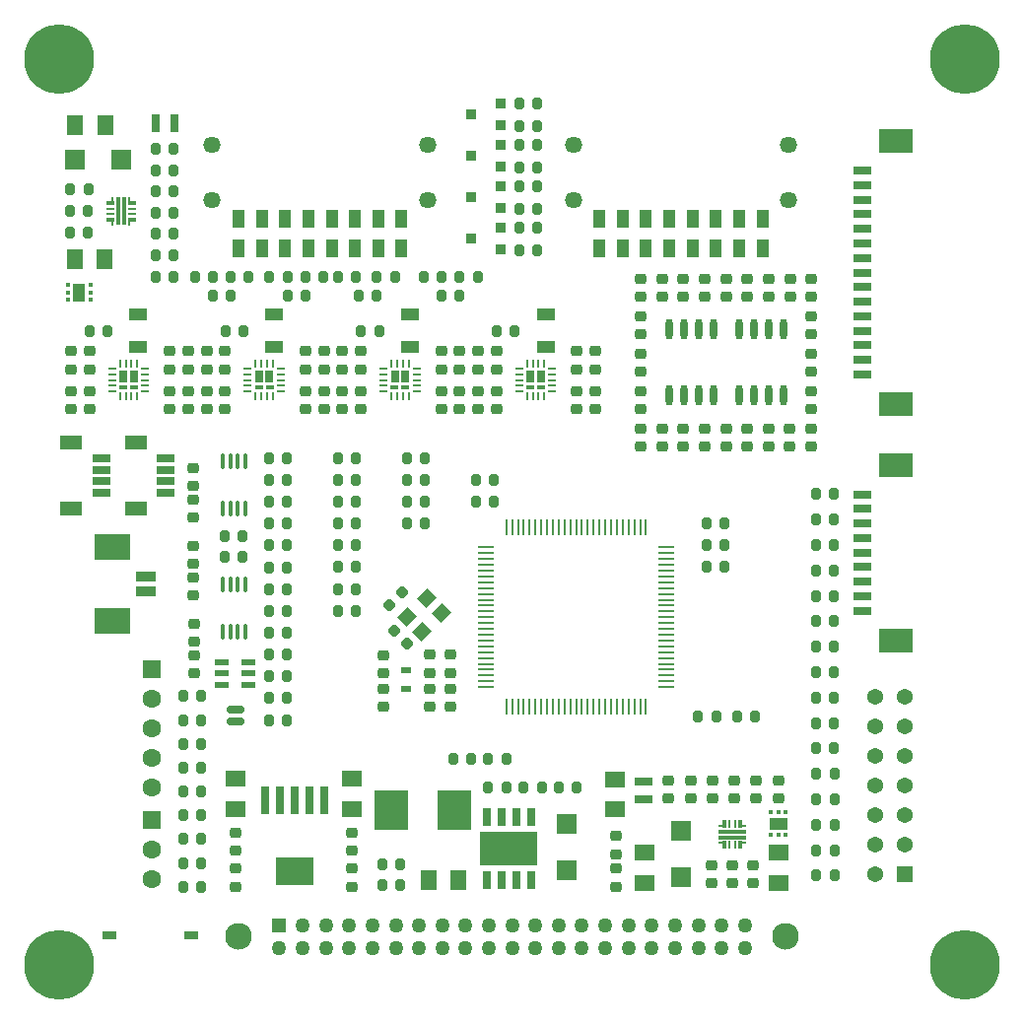
<source format=gbr>
G04*
G04 #@! TF.GenerationSoftware,Altium Limited,Altium Designer,24.1.2 (44)*
G04*
G04 Layer_Color=255*
%FSLAX44Y44*%
%MOMM*%
G71*
G04*
G04 #@! TF.SameCoordinates,B91C3D85-37F7-440E-B7CA-D4A3DDB4B262*
G04*
G04*
G04 #@! TF.FilePolarity,Positive*
G04*
G01*
G75*
G04:AMPARAMS|DCode=24|XSize=1.4697mm|YSize=0.6mm|CornerRadius=0.15mm|HoleSize=0mm|Usage=FLASHONLY|Rotation=180.000|XOffset=0mm|YOffset=0mm|HoleType=Round|Shape=RoundedRectangle|*
%AMROUNDEDRECTD24*
21,1,1.4697,0.3000,0,0,180.0*
21,1,1.1697,0.6000,0,0,180.0*
1,1,0.3000,-0.5849,0.1500*
1,1,0.3000,0.5849,0.1500*
1,1,0.3000,0.5849,-0.1500*
1,1,0.3000,-0.5849,-0.1500*
%
%ADD24ROUNDEDRECTD24*%
G04:AMPARAMS|DCode=25|XSize=1.55mm|YSize=0.6mm|CornerRadius=0.03mm|HoleSize=0mm|Usage=FLASHONLY|Rotation=270.000|XOffset=0mm|YOffset=0mm|HoleType=Round|Shape=RoundedRectangle|*
%AMROUNDEDRECTD25*
21,1,1.5500,0.5400,0,0,270.0*
21,1,1.4900,0.6000,0,0,270.0*
1,1,0.0600,-0.2700,-0.7450*
1,1,0.0600,-0.2700,0.7450*
1,1,0.0600,0.2700,0.7450*
1,1,0.0600,0.2700,-0.7450*
%
%ADD25ROUNDEDRECTD25*%
%ADD26R,4.9000X2.9500*%
%ADD27R,3.0000X2.1000*%
%ADD28R,1.6000X0.8000*%
%ADD29R,0.9500X0.9000*%
G04:AMPARAMS|DCode=30|XSize=1.1mm|YSize=1.3mm|CornerRadius=0mm|HoleSize=0mm|Usage=FLASHONLY|Rotation=135.000|XOffset=0mm|YOffset=0mm|HoleType=Round|Shape=Rectangle|*
%AMROTATEDRECTD30*
4,1,4,0.8485,0.0707,-0.0707,-0.8485,-0.8485,-0.0707,0.0707,0.8485,0.8485,0.0707,0.0*
%
%ADD30ROTATEDRECTD30*%

%ADD31R,1.5000X1.0000*%
%ADD32R,1.8000X1.4000*%
%ADD33R,1.4000X1.8000*%
G04:AMPARAMS|DCode=34|XSize=0.95mm|YSize=0.85mm|CornerRadius=0.2125mm|HoleSize=0mm|Usage=FLASHONLY|Rotation=180.000|XOffset=0mm|YOffset=0mm|HoleType=Round|Shape=RoundedRectangle|*
%AMROUNDEDRECTD34*
21,1,0.9500,0.4250,0,0,180.0*
21,1,0.5250,0.8500,0,0,180.0*
1,1,0.4250,-0.2625,0.2125*
1,1,0.4250,0.2625,0.2125*
1,1,0.4250,0.2625,-0.2125*
1,1,0.4250,-0.2625,-0.2125*
%
%ADD34ROUNDEDRECTD34*%
G04:AMPARAMS|DCode=35|XSize=0.95mm|YSize=0.85mm|CornerRadius=0.2125mm|HoleSize=0mm|Usage=FLASHONLY|Rotation=90.000|XOffset=0mm|YOffset=0mm|HoleType=Round|Shape=RoundedRectangle|*
%AMROUNDEDRECTD35*
21,1,0.9500,0.4250,0,0,90.0*
21,1,0.5250,0.8500,0,0,90.0*
1,1,0.4250,0.2125,0.2625*
1,1,0.4250,0.2125,-0.2625*
1,1,0.4250,-0.2125,-0.2625*
1,1,0.4250,-0.2125,0.2625*
%
%ADD35ROUNDEDRECTD35*%
G04:AMPARAMS|DCode=36|XSize=0.95mm|YSize=0.85mm|CornerRadius=0.2125mm|HoleSize=0mm|Usage=FLASHONLY|Rotation=315.000|XOffset=0mm|YOffset=0mm|HoleType=Round|Shape=RoundedRectangle|*
%AMROUNDEDRECTD36*
21,1,0.9500,0.4250,0,0,315.0*
21,1,0.5250,0.8500,0,0,315.0*
1,1,0.4250,0.0354,-0.3359*
1,1,0.4250,-0.3359,0.0354*
1,1,0.4250,-0.0354,0.3359*
1,1,0.4250,0.3359,-0.0354*
%
%ADD36ROUNDEDRECTD36*%
G04:AMPARAMS|DCode=37|XSize=0.95mm|YSize=0.85mm|CornerRadius=0.2125mm|HoleSize=0mm|Usage=FLASHONLY|Rotation=45.000|XOffset=0mm|YOffset=0mm|HoleType=Round|Shape=RoundedRectangle|*
%AMROUNDEDRECTD37*
21,1,0.9500,0.4250,0,0,45.0*
21,1,0.5250,0.8500,0,0,45.0*
1,1,0.4250,0.3359,0.0354*
1,1,0.4250,-0.0354,-0.3359*
1,1,0.4250,-0.3359,-0.0354*
1,1,0.4250,0.0354,0.3359*
%
%ADD37ROUNDEDRECTD37*%
%ADD38R,1.9050X1.2954*%
%ADD39R,1.5494X0.6604*%
%ADD40R,1.8000X1.8000*%
%ADD41R,1.8000X1.8000*%
%ADD42R,1.2000X0.6000*%
%ADD43R,1.0000X1.5000*%
%ADD44R,1.4732X0.2794*%
%ADD45R,0.2794X1.4732*%
%ADD46R,0.2500X0.6500*%
%ADD47R,0.3000X0.6500*%
%ADD48R,0.6500X0.2500*%
%ADD49R,2.4000X0.3000*%
%ADD50R,0.6500X0.3000*%
%ADD51R,0.3000X2.4000*%
%ADD52R,0.9000X0.6000*%
%ADD53R,1.7018X0.8128*%
%ADD54R,3.0988X2.2098*%
%ADD55R,0.3000X0.4500*%
%ADD56R,0.4500X0.3000*%
%ADD57R,2.9500X3.5000*%
%ADD58R,1.5000X0.7000*%
%ADD59R,1.5000X0.8000*%
%ADD60R,0.7000X1.5000*%
%ADD61R,0.8000X1.5000*%
%ADD62O,0.3500X1.4000*%
%ADD63R,0.6500X0.3000*%
%ADD64R,0.7000X1.0000*%
%ADD65R,0.6500X0.2286*%
%ADD66O,0.6000X1.8000*%
%ADD67R,1.2000X0.8000*%
G04:AMPARAMS|DCode=68|XSize=0.7mm|YSize=2.4mm|CornerRadius=0.049mm|HoleSize=0mm|Usage=FLASHONLY|Rotation=0.000|XOffset=0mm|YOffset=0mm|HoleType=Round|Shape=RoundedRectangle|*
%AMROUNDEDRECTD68*
21,1,0.7000,2.3020,0,0,0.0*
21,1,0.6020,2.4000,0,0,0.0*
1,1,0.0980,0.3010,-1.1510*
1,1,0.0980,-0.3010,-1.1510*
1,1,0.0980,-0.3010,1.1510*
1,1,0.0980,0.3010,1.1510*
%
%ADD68ROUNDEDRECTD68*%
G04:AMPARAMS|DCode=69|XSize=3.2mm|YSize=2.4mm|CornerRadius=0.048mm|HoleSize=0mm|Usage=FLASHONLY|Rotation=0.000|XOffset=0mm|YOffset=0mm|HoleType=Round|Shape=RoundedRectangle|*
%AMROUNDEDRECTD69*
21,1,3.2000,2.3040,0,0,0.0*
21,1,3.1040,2.4000,0,0,0.0*
1,1,0.0960,1.5520,-1.1520*
1,1,0.0960,-1.5520,-1.1520*
1,1,0.0960,-1.5520,1.1520*
1,1,0.0960,1.5520,1.1520*
%
%ADD69ROUNDEDRECTD69*%
%ADD128R,1.6000X1.0000*%
%ADD129R,1.0000X1.6000*%
%ADD135C,0.3000*%
%ADD136R,1.3700X1.3700*%
%ADD137C,1.3700*%
%ADD138C,1.4580*%
%ADD139C,1.2580*%
%ADD140R,1.2580X1.2580*%
%ADD141C,2.3000*%
%ADD142C,1.0000*%
%ADD143C,6.0000*%
%ADD144C,1.6000*%
%ADD145R,1.6000X1.6000*%
D24*
X187002Y244922D02*
D03*
X186999Y255082D02*
D03*
D25*
X441175Y162578D02*
D03*
X428475D02*
D03*
X415775D02*
D03*
X403075D02*
D03*
Y108578D02*
D03*
X415775D02*
D03*
X428475D02*
D03*
X441175D02*
D03*
D26*
X422125Y135578D02*
D03*
D27*
X755000Y517600D02*
D03*
Y743600D02*
D03*
Y465500D02*
D03*
Y314500D02*
D03*
D28*
X726000Y718100D02*
D03*
Y705600D02*
D03*
Y693100D02*
D03*
Y680600D02*
D03*
Y668100D02*
D03*
Y655600D02*
D03*
Y643100D02*
D03*
Y630600D02*
D03*
Y618100D02*
D03*
Y605600D02*
D03*
Y593100D02*
D03*
Y580600D02*
D03*
Y568100D02*
D03*
Y555600D02*
D03*
Y543100D02*
D03*
Y340000D02*
D03*
Y352500D02*
D03*
Y365000D02*
D03*
Y377500D02*
D03*
Y390000D02*
D03*
Y402500D02*
D03*
Y415000D02*
D03*
Y427500D02*
D03*
Y440000D02*
D03*
D29*
X415084Y756818D02*
D03*
X390084Y766318D02*
D03*
X415084Y775818D02*
D03*
Y721258D02*
D03*
X390084Y730758D02*
D03*
X415084Y740258D02*
D03*
Y685698D02*
D03*
X390084Y695198D02*
D03*
X415084Y704698D02*
D03*
Y650138D02*
D03*
X390084Y659638D02*
D03*
X415084Y669138D02*
D03*
D30*
X335031Y334344D02*
D03*
X351294Y350608D02*
D03*
X364022Y337880D02*
D03*
X347758Y321616D02*
D03*
D31*
X104000Y566527D02*
D03*
Y594990D02*
D03*
X220568Y566527D02*
D03*
Y594990D02*
D03*
X337137Y566527D02*
D03*
Y594990D02*
D03*
X453705Y566527D02*
D03*
Y594990D02*
D03*
D32*
X653636Y106258D02*
D03*
Y132258D02*
D03*
X538808Y106258D02*
D03*
Y132258D02*
D03*
X513198Y195360D02*
D03*
Y169360D02*
D03*
X287616Y195595D02*
D03*
Y169596D02*
D03*
X187794Y195595D02*
D03*
Y169596D02*
D03*
D33*
X379060Y108576D02*
D03*
X353060D02*
D03*
X49144Y642448D02*
D03*
X75144D02*
D03*
X49461Y757548D02*
D03*
X75461D02*
D03*
D34*
X634762Y194091D02*
D03*
Y178591D02*
D03*
X653636Y178591D02*
D03*
Y194091D02*
D03*
X578141Y178591D02*
D03*
Y194091D02*
D03*
X559267Y194091D02*
D03*
Y178591D02*
D03*
X615888Y194091D02*
D03*
Y178591D02*
D03*
X613953Y105953D02*
D03*
Y121453D02*
D03*
X535419Y481200D02*
D03*
Y496700D02*
D03*
X553740Y624970D02*
D03*
Y609470D02*
D03*
X571998Y496700D02*
D03*
Y481200D02*
D03*
X608702Y609470D02*
D03*
Y624970D02*
D03*
X590381Y609470D02*
D03*
Y624970D02*
D03*
X553708Y496700D02*
D03*
Y481200D02*
D03*
X663445Y481200D02*
D03*
Y496700D02*
D03*
X681984Y624970D02*
D03*
Y609470D02*
D03*
X626866Y496700D02*
D03*
Y481200D02*
D03*
X645343Y609470D02*
D03*
Y624970D02*
D03*
X627022Y609470D02*
D03*
Y624970D02*
D03*
X645155Y496700D02*
D03*
Y481200D02*
D03*
X597015Y178591D02*
D03*
Y194091D02*
D03*
X596169Y121453D02*
D03*
Y105953D02*
D03*
X631487Y121453D02*
D03*
Y105953D02*
D03*
X514452Y146403D02*
D03*
Y130903D02*
D03*
Y118492D02*
D03*
Y102992D02*
D03*
X287614Y149606D02*
D03*
Y134106D02*
D03*
X187792Y149606D02*
D03*
Y134106D02*
D03*
X287614Y118492D02*
D03*
Y102992D02*
D03*
X187792Y118492D02*
D03*
Y102992D02*
D03*
X45778Y547585D02*
D03*
Y563085D02*
D03*
X146691Y547585D02*
D03*
Y563085D02*
D03*
X61780Y547585D02*
D03*
Y563085D02*
D03*
X130863Y547585D02*
D03*
Y563085D02*
D03*
X162520Y547585D02*
D03*
Y563085D02*
D03*
X263260Y547585D02*
D03*
Y563085D02*
D03*
X178349Y547585D02*
D03*
Y563085D02*
D03*
X247431Y547585D02*
D03*
Y563085D02*
D03*
X61780Y528903D02*
D03*
Y513402D02*
D03*
X178349Y528903D02*
D03*
Y513402D02*
D03*
X45778D02*
D03*
Y528903D02*
D03*
X162520Y513402D02*
D03*
Y528903D02*
D03*
X146691D02*
D03*
Y513402D02*
D03*
X263260Y528903D02*
D03*
Y513402D02*
D03*
X130863Y528903D02*
D03*
Y513402D02*
D03*
X247431Y528903D02*
D03*
Y513402D02*
D03*
X279088Y547585D02*
D03*
Y563085D02*
D03*
X379828Y547585D02*
D03*
Y563085D02*
D03*
X294917Y547585D02*
D03*
Y563085D02*
D03*
X363999Y547585D02*
D03*
Y563085D02*
D03*
X395657Y547585D02*
D03*
Y563085D02*
D03*
X496316Y547585D02*
D03*
Y563085D02*
D03*
X411486Y547585D02*
D03*
Y563085D02*
D03*
X480568Y547585D02*
D03*
Y563085D02*
D03*
X294917Y528903D02*
D03*
Y513402D02*
D03*
X411486Y528903D02*
D03*
Y513402D02*
D03*
X279088D02*
D03*
Y528903D02*
D03*
X395657Y513402D02*
D03*
Y528903D02*
D03*
X496316D02*
D03*
Y513402D02*
D03*
X379828Y528903D02*
D03*
Y513402D02*
D03*
X363999Y528903D02*
D03*
Y513402D02*
D03*
X480568Y528903D02*
D03*
Y513402D02*
D03*
X535544Y577402D02*
D03*
Y592902D02*
D03*
X535544Y560835D02*
D03*
Y545335D02*
D03*
X535544Y609470D02*
D03*
Y624970D02*
D03*
X535544Y528768D02*
D03*
Y513268D02*
D03*
X590412Y496700D02*
D03*
Y481200D02*
D03*
X572185Y609470D02*
D03*
Y624970D02*
D03*
X681860Y545335D02*
D03*
Y560835D02*
D03*
X681860Y528768D02*
D03*
Y513268D02*
D03*
X681860Y577402D02*
D03*
Y592902D02*
D03*
X681860Y496700D02*
D03*
Y481200D02*
D03*
X608702Y496700D02*
D03*
Y481200D02*
D03*
X663789Y609470D02*
D03*
Y624970D02*
D03*
X151311Y462930D02*
D03*
Y447430D02*
D03*
Y395993D02*
D03*
Y380493D02*
D03*
Y435461D02*
D03*
Y419961D02*
D03*
Y368524D02*
D03*
Y353024D02*
D03*
X151943Y329055D02*
D03*
Y313555D02*
D03*
Y301586D02*
D03*
Y286087D02*
D03*
X353822Y302250D02*
D03*
Y286750D02*
D03*
X372364Y302250D02*
D03*
Y286750D02*
D03*
X314452Y257674D02*
D03*
Y273174D02*
D03*
X353822D02*
D03*
Y257674D02*
D03*
X372110Y273174D02*
D03*
Y257674D02*
D03*
X314452Y286122D02*
D03*
Y301622D02*
D03*
D35*
X701750Y134342D02*
D03*
X686250D02*
D03*
X434830Y188458D02*
D03*
X450330D02*
D03*
X404485D02*
D03*
X419985D02*
D03*
X118726Y682041D02*
D03*
X134226D02*
D03*
X118726Y645433D02*
D03*
X134226D02*
D03*
X118726Y718649D02*
D03*
X134226D02*
D03*
X134226Y736953D02*
D03*
X118726D02*
D03*
X134226Y627130D02*
D03*
X118726D02*
D03*
X134226Y663737D02*
D03*
X118726D02*
D03*
X45204Y683373D02*
D03*
X60704D02*
D03*
X275280Y414875D02*
D03*
X290780D02*
D03*
X275280Y433755D02*
D03*
X290780D02*
D03*
X275280Y396265D02*
D03*
X290780D02*
D03*
X275280Y377520D02*
D03*
X290780D02*
D03*
X275280Y452500D02*
D03*
X290780D02*
D03*
X275280Y358775D02*
D03*
X290780D02*
D03*
X275280Y340030D02*
D03*
X290780D02*
D03*
X393750Y452500D02*
D03*
X409250D02*
D03*
X430924Y756564D02*
D03*
X446424D02*
D03*
X430924Y721004D02*
D03*
X446424D02*
D03*
X430924Y685444D02*
D03*
X446424D02*
D03*
X430924Y649884D02*
D03*
X446424D02*
D03*
X430924Y775564D02*
D03*
X446424D02*
D03*
X430924Y740004D02*
D03*
X446424D02*
D03*
X430924Y704444D02*
D03*
X446424D02*
D03*
X430924Y668884D02*
D03*
X446424D02*
D03*
X193170Y403860D02*
D03*
X177670D02*
D03*
X193170Y386493D02*
D03*
X177670D02*
D03*
X216131Y433671D02*
D03*
X231631D02*
D03*
X216131Y414926D02*
D03*
X231631D02*
D03*
X216131Y377436D02*
D03*
X231631D02*
D03*
X216131Y396181D02*
D03*
X231631D02*
D03*
X216131Y452417D02*
D03*
X231631D02*
D03*
X216131Y321201D02*
D03*
X231631D02*
D03*
X231631Y471162D02*
D03*
X216131D02*
D03*
X216131Y302456D02*
D03*
X231631D02*
D03*
X216131Y358691D02*
D03*
X231631D02*
D03*
X231631Y339946D02*
D03*
X216131D02*
D03*
X231631Y283711D02*
D03*
X216131D02*
D03*
X231631Y264966D02*
D03*
X216131D02*
D03*
X231631Y246221D02*
D03*
X216131D02*
D03*
X157610D02*
D03*
X142110D02*
D03*
X157610Y266700D02*
D03*
X142110D02*
D03*
X157610Y123346D02*
D03*
X142110D02*
D03*
X142110Y164304D02*
D03*
X157610D02*
D03*
X142110Y143825D02*
D03*
X157610D02*
D03*
X142110Y225742D02*
D03*
X157610D02*
D03*
X142110Y205263D02*
D03*
X157610D02*
D03*
X142110Y184783D02*
D03*
X157610D02*
D03*
X349928Y415010D02*
D03*
X334428D02*
D03*
X349928Y433755D02*
D03*
X334428D02*
D03*
X349928Y452500D02*
D03*
X334428D02*
D03*
X349928Y471245D02*
D03*
X334428D02*
D03*
X686250Y156185D02*
D03*
X701750D02*
D03*
X701345Y221712D02*
D03*
X685845D02*
D03*
X686250Y178027D02*
D03*
X701750D02*
D03*
X701750Y112500D02*
D03*
X686250D02*
D03*
X686250Y199870D02*
D03*
X701750D02*
D03*
X701345Y287240D02*
D03*
X685845D02*
D03*
X685845Y243555D02*
D03*
X701345D02*
D03*
X685845Y265397D02*
D03*
X701345D02*
D03*
X685845Y309083D02*
D03*
X701345D02*
D03*
X685845Y330925D02*
D03*
X701345D02*
D03*
X685845Y352767D02*
D03*
X701345D02*
D03*
X685845Y374610D02*
D03*
X701345D02*
D03*
X685845Y396452D02*
D03*
X701345D02*
D03*
X685845Y418295D02*
D03*
X701345D02*
D03*
X118726Y700345D02*
D03*
X134226D02*
D03*
X275280Y471245D02*
D03*
X290780D02*
D03*
X685845Y440137D02*
D03*
X701345D02*
D03*
X465175Y188458D02*
D03*
X480675D02*
D03*
X328965Y122500D02*
D03*
X313465D02*
D03*
X313138Y104117D02*
D03*
X328638D02*
D03*
X60836Y701802D02*
D03*
X45336D02*
D03*
X60704Y665194D02*
D03*
X45204D02*
D03*
X77546Y580255D02*
D03*
X62046D02*
D03*
X167762Y627122D02*
D03*
X152262D02*
D03*
X194115Y580255D02*
D03*
X178615D02*
D03*
X231903Y627122D02*
D03*
X216403D02*
D03*
X231903Y611124D02*
D03*
X247403D02*
D03*
X167762D02*
D03*
X183262D02*
D03*
Y627122D02*
D03*
X198762D02*
D03*
X247403D02*
D03*
X262903D02*
D03*
X310683Y580255D02*
D03*
X295183D02*
D03*
X275308Y627122D02*
D03*
X290808D02*
D03*
X427252Y580255D02*
D03*
X411752D02*
D03*
X364467Y627122D02*
D03*
X348967D02*
D03*
X293359Y611124D02*
D03*
X308859D02*
D03*
X364467D02*
D03*
X379967D02*
D03*
X308859Y627122D02*
D03*
X324359D02*
D03*
X379967D02*
D03*
X395467D02*
D03*
X592250Y415000D02*
D03*
X607750D02*
D03*
X393576Y433755D02*
D03*
X409076D02*
D03*
X607750Y396322D02*
D03*
X592250D02*
D03*
X584750Y248970D02*
D03*
X600250D02*
D03*
X419985Y212500D02*
D03*
X404485D02*
D03*
X618039Y248970D02*
D03*
X633539D02*
D03*
X389993Y212500D02*
D03*
X374493D02*
D03*
X157610Y102992D02*
D03*
X142110D02*
D03*
X592250Y377645D02*
D03*
X607750D02*
D03*
D36*
X319247Y344932D02*
D03*
X330207Y355892D02*
D03*
D37*
X334296Y311537D02*
D03*
X323336Y322497D02*
D03*
D38*
X101682Y484180D02*
D03*
Y428180D02*
D03*
X46412Y484180D02*
D03*
Y428180D02*
D03*
D39*
X127482Y471180D02*
D03*
Y461180D02*
D03*
Y451180D02*
D03*
Y441180D02*
D03*
X72212Y471180D02*
D03*
Y461180D02*
D03*
Y451180D02*
D03*
Y441180D02*
D03*
D40*
X570255Y150962D02*
D03*
Y110962D02*
D03*
X472159Y117101D02*
D03*
Y157102D02*
D03*
D41*
X89342Y727453D02*
D03*
X49342D02*
D03*
D42*
X175315Y295586D02*
D03*
Y286086D02*
D03*
Y276586D02*
D03*
X198315D02*
D03*
Y286086D02*
D03*
Y295586D02*
D03*
D43*
X190000Y651500D02*
D03*
Y676500D02*
D03*
X210000Y651500D02*
D03*
Y676500D02*
D03*
X230000Y651500D02*
D03*
Y676500D02*
D03*
X250000Y651500D02*
D03*
Y676500D02*
D03*
X270000Y651500D02*
D03*
Y676500D02*
D03*
X290000Y651500D02*
D03*
Y676500D02*
D03*
X310000Y651500D02*
D03*
Y676500D02*
D03*
X330000Y651500D02*
D03*
Y676500D02*
D03*
X500000Y651500D02*
D03*
Y676500D02*
D03*
X520000Y651500D02*
D03*
Y676500D02*
D03*
X540000Y651500D02*
D03*
Y676500D02*
D03*
X560000Y651500D02*
D03*
Y676500D02*
D03*
X580000Y651500D02*
D03*
Y676500D02*
D03*
X600000Y651500D02*
D03*
Y676500D02*
D03*
X620000Y651500D02*
D03*
Y676500D02*
D03*
X640000Y651500D02*
D03*
Y676500D02*
D03*
D44*
X402784Y394500D02*
D03*
Y389500D02*
D03*
Y384500D02*
D03*
Y379500D02*
D03*
Y374500D02*
D03*
Y369500D02*
D03*
Y364500D02*
D03*
Y359500D02*
D03*
Y354500D02*
D03*
Y349500D02*
D03*
Y344500D02*
D03*
Y339500D02*
D03*
Y334500D02*
D03*
Y329500D02*
D03*
Y324500D02*
D03*
Y319500D02*
D03*
Y314500D02*
D03*
Y309500D02*
D03*
Y304500D02*
D03*
Y299500D02*
D03*
Y294500D02*
D03*
Y289500D02*
D03*
Y284500D02*
D03*
Y279500D02*
D03*
Y274500D02*
D03*
X557216D02*
D03*
Y279500D02*
D03*
Y284500D02*
D03*
Y289500D02*
D03*
Y294500D02*
D03*
Y299500D02*
D03*
Y304500D02*
D03*
Y309500D02*
D03*
Y314500D02*
D03*
Y319500D02*
D03*
Y324500D02*
D03*
Y329500D02*
D03*
Y334500D02*
D03*
Y339500D02*
D03*
Y344500D02*
D03*
Y349500D02*
D03*
Y354500D02*
D03*
Y359500D02*
D03*
Y364500D02*
D03*
Y369500D02*
D03*
Y374500D02*
D03*
Y379500D02*
D03*
Y384500D02*
D03*
Y389500D02*
D03*
Y394500D02*
D03*
D45*
X420000Y257284D02*
D03*
X425000D02*
D03*
X430000D02*
D03*
X435000D02*
D03*
X440000D02*
D03*
X445000D02*
D03*
X450000D02*
D03*
X455000D02*
D03*
X460000D02*
D03*
X465000D02*
D03*
X470000D02*
D03*
X475000D02*
D03*
X480000D02*
D03*
X485000D02*
D03*
X490000D02*
D03*
X495000D02*
D03*
X500000D02*
D03*
X505000D02*
D03*
X510000D02*
D03*
X515000D02*
D03*
X520000D02*
D03*
X525000D02*
D03*
X530000D02*
D03*
X535000D02*
D03*
X540000D02*
D03*
Y411716D02*
D03*
X535000D02*
D03*
X530000D02*
D03*
X525000D02*
D03*
X520000D02*
D03*
X515000D02*
D03*
X510000D02*
D03*
X505000D02*
D03*
X500000D02*
D03*
X495000D02*
D03*
X490000D02*
D03*
X485000D02*
D03*
X480000D02*
D03*
X475000D02*
D03*
X470000D02*
D03*
X465000D02*
D03*
X460000D02*
D03*
X455000D02*
D03*
X450000D02*
D03*
X445000D02*
D03*
X440000D02*
D03*
X435000D02*
D03*
X430000D02*
D03*
X425000D02*
D03*
X420000D02*
D03*
D46*
X616447Y157187D02*
D03*
X611955Y157217D02*
D03*
X616447Y138717D02*
D03*
X611955D02*
D03*
X96169Y674510D02*
D03*
X81699D02*
D03*
X81699Y692010D02*
D03*
X96199D02*
D03*
X88001Y552437D02*
D03*
Y524237D02*
D03*
X93001D02*
D03*
X98001D02*
D03*
X103001D02*
D03*
X93001Y552437D02*
D03*
X98001D02*
D03*
X103001D02*
D03*
X204570D02*
D03*
Y524237D02*
D03*
X209570D02*
D03*
X214570D02*
D03*
X219570D02*
D03*
X209570Y552437D02*
D03*
X214570D02*
D03*
X219570D02*
D03*
X321138D02*
D03*
Y524237D02*
D03*
X326138D02*
D03*
X331138D02*
D03*
X336138D02*
D03*
X326138Y552437D02*
D03*
X331138D02*
D03*
X336138D02*
D03*
X437707D02*
D03*
Y524237D02*
D03*
X442707D02*
D03*
X447707D02*
D03*
X452707D02*
D03*
X442707Y552437D02*
D03*
X447707D02*
D03*
X452707D02*
D03*
D47*
X621203Y157188D02*
D03*
X607203Y138717D02*
D03*
Y157217D02*
D03*
X621203Y138717D02*
D03*
D48*
X622953Y155188D02*
D03*
Y140717D02*
D03*
X605453Y140717D02*
D03*
Y155217D02*
D03*
X98169Y681016D02*
D03*
X98199Y685508D02*
D03*
X79699Y681016D02*
D03*
Y685508D02*
D03*
X81251Y528337D02*
D03*
Y533337D02*
D03*
Y543337D02*
D03*
Y548337D02*
D03*
X109752D02*
D03*
Y543337D02*
D03*
Y538337D02*
D03*
Y533337D02*
D03*
Y528337D02*
D03*
X197820D02*
D03*
Y533337D02*
D03*
Y543337D02*
D03*
Y548337D02*
D03*
X226320D02*
D03*
Y543337D02*
D03*
Y538337D02*
D03*
Y533337D02*
D03*
Y528337D02*
D03*
X314389D02*
D03*
Y533337D02*
D03*
Y543337D02*
D03*
Y548337D02*
D03*
X342888D02*
D03*
Y543337D02*
D03*
Y538337D02*
D03*
Y533337D02*
D03*
Y528337D02*
D03*
X430957D02*
D03*
Y533337D02*
D03*
Y543337D02*
D03*
Y548337D02*
D03*
X459457D02*
D03*
Y543337D02*
D03*
Y538337D02*
D03*
Y533337D02*
D03*
Y528337D02*
D03*
D49*
X614214Y145458D02*
D03*
X614203Y150458D02*
D03*
D50*
X98169Y676260D02*
D03*
X79699Y690260D02*
D03*
X98199D02*
D03*
X79699Y676260D02*
D03*
D51*
X86440Y683249D02*
D03*
X91440Y683260D02*
D03*
D52*
X334010Y289172D02*
D03*
Y273172D02*
D03*
D53*
X110325Y369470D02*
D03*
Y356970D02*
D03*
D54*
X81325Y394970D02*
D03*
Y331470D02*
D03*
D55*
X660136Y147487D02*
D03*
X653636D02*
D03*
X647136D02*
D03*
Y166987D02*
D03*
X653636D02*
D03*
X660136D02*
D03*
D56*
X62628Y619997D02*
D03*
Y613497D02*
D03*
Y606997D02*
D03*
X43128D02*
D03*
Y613497D02*
D03*
Y619997D02*
D03*
D57*
X321215Y168676D02*
D03*
X375715D02*
D03*
D58*
X538230Y177699D02*
D03*
D59*
Y193699D02*
D03*
D60*
X118675Y758807D02*
D03*
D61*
X134675D02*
D03*
D62*
X195806Y468524D02*
D03*
X189306D02*
D03*
X182806D02*
D03*
X176306D02*
D03*
X195806Y427524D02*
D03*
X189306D02*
D03*
X182806D02*
D03*
X176306D02*
D03*
X195806Y362999D02*
D03*
X189306D02*
D03*
X182806D02*
D03*
X176306D02*
D03*
X195806Y321999D02*
D03*
X189306D02*
D03*
X182806D02*
D03*
X176306D02*
D03*
D63*
X90752Y531834D02*
D03*
X100252D02*
D03*
X207320D02*
D03*
X216820D02*
D03*
X323889D02*
D03*
X333388D02*
D03*
X440457D02*
D03*
X449957D02*
D03*
D64*
X91002Y541337D02*
D03*
X100001D02*
D03*
X207570D02*
D03*
X216570D02*
D03*
X324138D02*
D03*
X333139D02*
D03*
X440707D02*
D03*
X449707D02*
D03*
D65*
X81251Y538337D02*
D03*
X197820D02*
D03*
X314389D02*
D03*
X430957D02*
D03*
D66*
X598170Y582065D02*
D03*
X585470D02*
D03*
X572770D02*
D03*
X560070D02*
D03*
X598170Y525565D02*
D03*
X585470D02*
D03*
X572770D02*
D03*
X560070D02*
D03*
X619760Y525565D02*
D03*
X632460D02*
D03*
X645160D02*
D03*
X657860D02*
D03*
X619760Y582065D02*
D03*
X632460D02*
D03*
X645160D02*
D03*
X657860D02*
D03*
D67*
X149300Y60960D02*
D03*
X79300D02*
D03*
D68*
X263228Y177182D02*
D03*
X250528D02*
D03*
X237828D02*
D03*
X225128D02*
D03*
X212428D02*
D03*
D69*
X237828Y116682D02*
D03*
D128*
X653636Y157237D02*
D03*
D129*
X52878Y613497D02*
D03*
D135*
X428625Y142078D02*
D03*
Y129078D02*
D03*
X441625Y142078D02*
D03*
X415625D02*
D03*
Y129078D02*
D03*
X402625Y142078D02*
D03*
Y129078D02*
D03*
X441625D02*
D03*
D136*
X762700Y113800D02*
D03*
D137*
X737300D02*
D03*
X762700Y139200D02*
D03*
X737300D02*
D03*
X762700Y164600D02*
D03*
X737300D02*
D03*
Y190000D02*
D03*
Y215400D02*
D03*
X762700Y240800D02*
D03*
X737300D02*
D03*
X762700Y266200D02*
D03*
X737300D02*
D03*
X762700Y190000D02*
D03*
Y215400D02*
D03*
D138*
X352500Y692500D02*
D03*
X167500D02*
D03*
X352500Y740000D02*
D03*
X167500D02*
D03*
X662500Y692500D02*
D03*
X477500D02*
D03*
X662500Y740000D02*
D03*
X477500D02*
D03*
D139*
X625000Y50000D02*
D03*
Y70000D02*
D03*
X605000Y50000D02*
D03*
Y70000D02*
D03*
X585000Y50000D02*
D03*
Y70000D02*
D03*
X565000Y50000D02*
D03*
Y70000D02*
D03*
X545000Y50000D02*
D03*
Y70000D02*
D03*
X525000Y50000D02*
D03*
Y70000D02*
D03*
X505000Y50000D02*
D03*
Y70000D02*
D03*
X485000Y50000D02*
D03*
Y70000D02*
D03*
X465000Y50000D02*
D03*
Y70000D02*
D03*
X445000Y50000D02*
D03*
Y70000D02*
D03*
X425000Y50000D02*
D03*
Y70000D02*
D03*
X405000Y50000D02*
D03*
Y70000D02*
D03*
X385000Y50000D02*
D03*
Y70000D02*
D03*
X365000Y50000D02*
D03*
Y70000D02*
D03*
X345000Y50000D02*
D03*
Y70000D02*
D03*
X325000Y50000D02*
D03*
Y70000D02*
D03*
X305000Y50000D02*
D03*
Y70000D02*
D03*
X285000Y50000D02*
D03*
Y70000D02*
D03*
X265000Y50000D02*
D03*
Y70000D02*
D03*
X245000Y50000D02*
D03*
Y70000D02*
D03*
X225000Y50000D02*
D03*
D140*
Y70000D02*
D03*
D141*
X190000Y60000D02*
D03*
X660000D02*
D03*
D142*
X19560Y52440D02*
D03*
X52440Y19560D02*
D03*
X19560D02*
D03*
X52440Y52440D02*
D03*
X59250Y36000D02*
D03*
X36000Y13140D02*
D03*
X12750Y36000D02*
D03*
X36000Y59250D02*
D03*
X19560Y830440D02*
D03*
X52440Y797560D02*
D03*
X19560D02*
D03*
X52440Y830440D02*
D03*
X59250Y814000D02*
D03*
X36000Y791140D02*
D03*
X12750Y814000D02*
D03*
X36000Y837250D02*
D03*
X797560Y830440D02*
D03*
X830440Y797560D02*
D03*
X797560D02*
D03*
X830440Y830440D02*
D03*
X837250Y814000D02*
D03*
X814000Y791140D02*
D03*
X790750Y814000D02*
D03*
X814000Y837250D02*
D03*
X797560Y52440D02*
D03*
X830440Y19560D02*
D03*
X797560D02*
D03*
X830440Y52440D02*
D03*
X837250Y36000D02*
D03*
X814000Y13140D02*
D03*
X790750Y36000D02*
D03*
X814000Y59250D02*
D03*
D143*
X36000Y36000D02*
D03*
Y814000D02*
D03*
X814000D02*
D03*
Y36000D02*
D03*
D144*
X115316Y109728D02*
D03*
Y135128D02*
D03*
Y188516D02*
D03*
Y213916D02*
D03*
Y239316D02*
D03*
Y264716D02*
D03*
D145*
Y160528D02*
D03*
Y290116D02*
D03*
M02*

</source>
